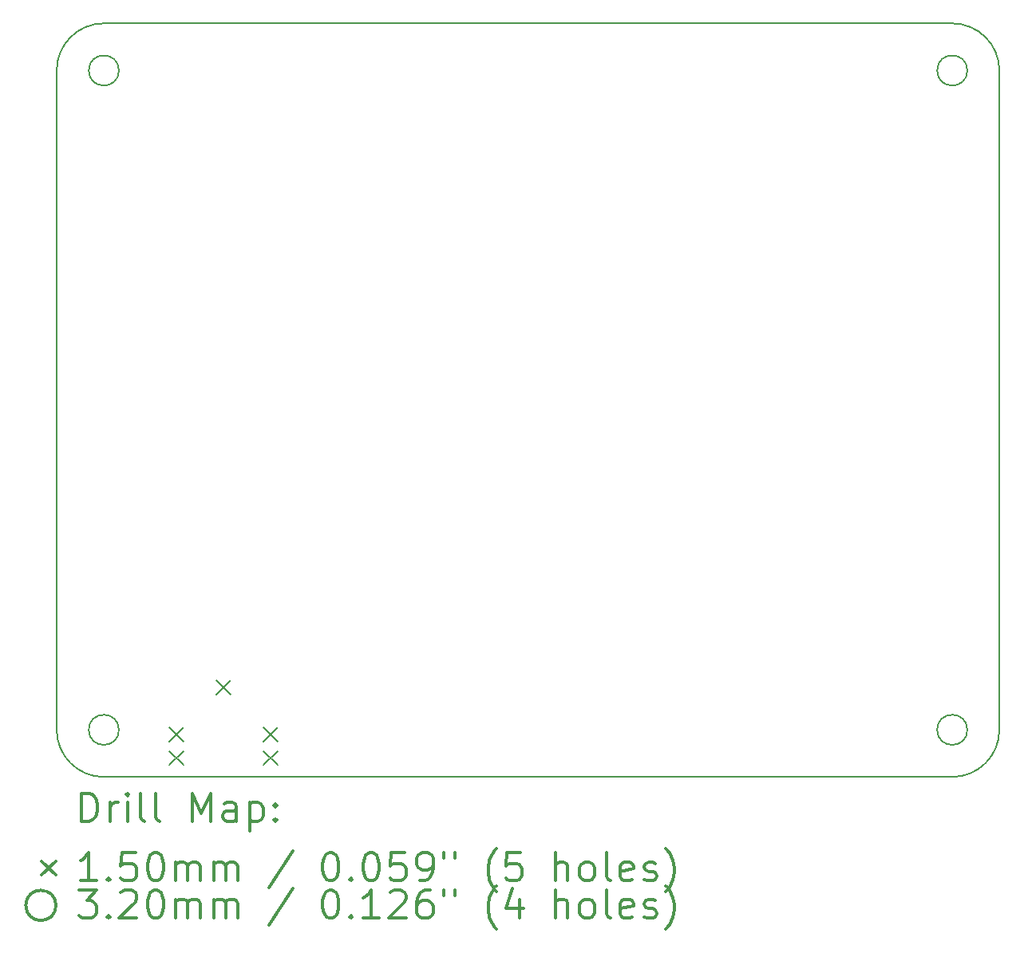
<source format=gbr>
%FSLAX45Y45*%
G04 Gerber Fmt 4.5, Leading zero omitted, Abs format (unit mm)*
G04 Created by KiCad (PCBNEW (2015-10-06 BZR 6248, Git 20a3e23)-product) date 2015-10-8 0:39:20*
%MOMM*%
G01*
G04 APERTURE LIST*
%ADD10C,0.127000*%
%ADD11C,0.150000*%
%ADD12C,0.200000*%
%ADD13C,0.300000*%
G04 APERTURE END LIST*
D10*
D11*
X0Y500000D02*
G75*
G03X-500000Y0I0J-500000D01*
G01*
X9500000Y0D02*
G75*
G03X9000000Y500000I-500000J0D01*
G01*
X9000000Y-7500000D02*
G75*
G03X9500000Y-7000000I0J500000D01*
G01*
X-500000Y-7000000D02*
G75*
G03X0Y-7500000I500000J0D01*
G01*
X-500000Y-7000000D02*
X-500000Y0D01*
X9000000Y-7500000D02*
X0Y-7500000D01*
X9500000Y0D02*
X9500000Y-7000000D01*
X0Y500000D02*
X9000000Y500000D01*
D12*
X695000Y-6973500D02*
X845000Y-7123500D01*
X845000Y-6973500D02*
X695000Y-7123500D01*
X695000Y-7223500D02*
X845000Y-7373500D01*
X845000Y-7223500D02*
X695000Y-7373500D01*
X1195000Y-6473500D02*
X1345000Y-6623500D01*
X1345000Y-6473500D02*
X1195000Y-6623500D01*
X1695000Y-6973500D02*
X1845000Y-7123500D01*
X1845000Y-6973500D02*
X1695000Y-7123500D01*
X1695000Y-7223500D02*
X1845000Y-7373500D01*
X1845000Y-7223500D02*
X1695000Y-7373500D01*
X160000Y0D02*
G75*
G03X160000Y0I-160000J0D01*
G01*
X160000Y-7000000D02*
G75*
G03X160000Y-7000000I-160000J0D01*
G01*
X9160000Y0D02*
G75*
G03X9160000Y0I-160000J0D01*
G01*
X9160000Y-7000000D02*
G75*
G03X9160000Y-7000000I-160000J0D01*
G01*
D13*
X-236071Y-7973214D02*
X-236071Y-7673214D01*
X-164643Y-7673214D01*
X-121786Y-7687500D01*
X-93214Y-7716071D01*
X-78929Y-7744643D01*
X-64643Y-7801786D01*
X-64643Y-7844643D01*
X-78929Y-7901786D01*
X-93214Y-7930357D01*
X-121786Y-7958929D01*
X-164643Y-7973214D01*
X-236071Y-7973214D01*
X63928Y-7973214D02*
X63928Y-7773214D01*
X63928Y-7830357D02*
X78214Y-7801786D01*
X92500Y-7787500D01*
X121071Y-7773214D01*
X149643Y-7773214D01*
X249643Y-7973214D02*
X249643Y-7773214D01*
X249643Y-7673214D02*
X235357Y-7687500D01*
X249643Y-7701786D01*
X263929Y-7687500D01*
X249643Y-7673214D01*
X249643Y-7701786D01*
X435357Y-7973214D02*
X406786Y-7958929D01*
X392500Y-7930357D01*
X392500Y-7673214D01*
X592500Y-7973214D02*
X563929Y-7958929D01*
X549643Y-7930357D01*
X549643Y-7673214D01*
X935357Y-7973214D02*
X935357Y-7673214D01*
X1035357Y-7887500D01*
X1135357Y-7673214D01*
X1135357Y-7973214D01*
X1406786Y-7973214D02*
X1406786Y-7816071D01*
X1392500Y-7787500D01*
X1363929Y-7773214D01*
X1306786Y-7773214D01*
X1278214Y-7787500D01*
X1406786Y-7958929D02*
X1378214Y-7973214D01*
X1306786Y-7973214D01*
X1278214Y-7958929D01*
X1263929Y-7930357D01*
X1263929Y-7901786D01*
X1278214Y-7873214D01*
X1306786Y-7858929D01*
X1378214Y-7858929D01*
X1406786Y-7844643D01*
X1549643Y-7773214D02*
X1549643Y-8073214D01*
X1549643Y-7787500D02*
X1578214Y-7773214D01*
X1635357Y-7773214D01*
X1663928Y-7787500D01*
X1678214Y-7801786D01*
X1692500Y-7830357D01*
X1692500Y-7916071D01*
X1678214Y-7944643D01*
X1663928Y-7958929D01*
X1635357Y-7973214D01*
X1578214Y-7973214D01*
X1549643Y-7958929D01*
X1821071Y-7944643D02*
X1835357Y-7958929D01*
X1821071Y-7973214D01*
X1806786Y-7958929D01*
X1821071Y-7944643D01*
X1821071Y-7973214D01*
X1821071Y-7787500D02*
X1835357Y-7801786D01*
X1821071Y-7816071D01*
X1806786Y-7801786D01*
X1821071Y-7787500D01*
X1821071Y-7816071D01*
X-657500Y-8392500D02*
X-507500Y-8542500D01*
X-507500Y-8392500D02*
X-657500Y-8542500D01*
X-78929Y-8603214D02*
X-250357Y-8603214D01*
X-164643Y-8603214D02*
X-164643Y-8303214D01*
X-193214Y-8346071D01*
X-221786Y-8374643D01*
X-250357Y-8388929D01*
X49643Y-8574643D02*
X63928Y-8588929D01*
X49643Y-8603214D01*
X35357Y-8588929D01*
X49643Y-8574643D01*
X49643Y-8603214D01*
X335357Y-8303214D02*
X192500Y-8303214D01*
X178214Y-8446072D01*
X192500Y-8431786D01*
X221071Y-8417500D01*
X292500Y-8417500D01*
X321071Y-8431786D01*
X335357Y-8446072D01*
X349643Y-8474643D01*
X349643Y-8546072D01*
X335357Y-8574643D01*
X321071Y-8588929D01*
X292500Y-8603214D01*
X221071Y-8603214D01*
X192500Y-8588929D01*
X178214Y-8574643D01*
X535357Y-8303214D02*
X563929Y-8303214D01*
X592500Y-8317500D01*
X606786Y-8331786D01*
X621071Y-8360357D01*
X635357Y-8417500D01*
X635357Y-8488929D01*
X621071Y-8546072D01*
X606786Y-8574643D01*
X592500Y-8588929D01*
X563929Y-8603214D01*
X535357Y-8603214D01*
X506786Y-8588929D01*
X492500Y-8574643D01*
X478214Y-8546072D01*
X463928Y-8488929D01*
X463928Y-8417500D01*
X478214Y-8360357D01*
X492500Y-8331786D01*
X506786Y-8317500D01*
X535357Y-8303214D01*
X763928Y-8603214D02*
X763928Y-8403214D01*
X763928Y-8431786D02*
X778214Y-8417500D01*
X806786Y-8403214D01*
X849643Y-8403214D01*
X878214Y-8417500D01*
X892500Y-8446072D01*
X892500Y-8603214D01*
X892500Y-8446072D02*
X906786Y-8417500D01*
X935357Y-8403214D01*
X978214Y-8403214D01*
X1006786Y-8417500D01*
X1021071Y-8446072D01*
X1021071Y-8603214D01*
X1163929Y-8603214D02*
X1163929Y-8403214D01*
X1163929Y-8431786D02*
X1178214Y-8417500D01*
X1206786Y-8403214D01*
X1249643Y-8403214D01*
X1278214Y-8417500D01*
X1292500Y-8446072D01*
X1292500Y-8603214D01*
X1292500Y-8446072D02*
X1306786Y-8417500D01*
X1335357Y-8403214D01*
X1378214Y-8403214D01*
X1406786Y-8417500D01*
X1421071Y-8446072D01*
X1421071Y-8603214D01*
X2006786Y-8288929D02*
X1749643Y-8674643D01*
X2392500Y-8303214D02*
X2421071Y-8303214D01*
X2449643Y-8317500D01*
X2463928Y-8331786D01*
X2478214Y-8360357D01*
X2492500Y-8417500D01*
X2492500Y-8488929D01*
X2478214Y-8546072D01*
X2463928Y-8574643D01*
X2449643Y-8588929D01*
X2421071Y-8603214D01*
X2392500Y-8603214D01*
X2363928Y-8588929D01*
X2349643Y-8574643D01*
X2335357Y-8546072D01*
X2321071Y-8488929D01*
X2321071Y-8417500D01*
X2335357Y-8360357D01*
X2349643Y-8331786D01*
X2363928Y-8317500D01*
X2392500Y-8303214D01*
X2621071Y-8574643D02*
X2635357Y-8588929D01*
X2621071Y-8603214D01*
X2606786Y-8588929D01*
X2621071Y-8574643D01*
X2621071Y-8603214D01*
X2821071Y-8303214D02*
X2849643Y-8303214D01*
X2878214Y-8317500D01*
X2892500Y-8331786D01*
X2906785Y-8360357D01*
X2921071Y-8417500D01*
X2921071Y-8488929D01*
X2906785Y-8546072D01*
X2892500Y-8574643D01*
X2878214Y-8588929D01*
X2849643Y-8603214D01*
X2821071Y-8603214D01*
X2792500Y-8588929D01*
X2778214Y-8574643D01*
X2763928Y-8546072D01*
X2749643Y-8488929D01*
X2749643Y-8417500D01*
X2763928Y-8360357D01*
X2778214Y-8331786D01*
X2792500Y-8317500D01*
X2821071Y-8303214D01*
X3192500Y-8303214D02*
X3049643Y-8303214D01*
X3035357Y-8446072D01*
X3049643Y-8431786D01*
X3078214Y-8417500D01*
X3149643Y-8417500D01*
X3178214Y-8431786D01*
X3192500Y-8446072D01*
X3206785Y-8474643D01*
X3206785Y-8546072D01*
X3192500Y-8574643D01*
X3178214Y-8588929D01*
X3149643Y-8603214D01*
X3078214Y-8603214D01*
X3049643Y-8588929D01*
X3035357Y-8574643D01*
X3349643Y-8603214D02*
X3406785Y-8603214D01*
X3435357Y-8588929D01*
X3449643Y-8574643D01*
X3478214Y-8531786D01*
X3492500Y-8474643D01*
X3492500Y-8360357D01*
X3478214Y-8331786D01*
X3463928Y-8317500D01*
X3435357Y-8303214D01*
X3378214Y-8303214D01*
X3349643Y-8317500D01*
X3335357Y-8331786D01*
X3321071Y-8360357D01*
X3321071Y-8431786D01*
X3335357Y-8460357D01*
X3349643Y-8474643D01*
X3378214Y-8488929D01*
X3435357Y-8488929D01*
X3463928Y-8474643D01*
X3478214Y-8460357D01*
X3492500Y-8431786D01*
X3606786Y-8303214D02*
X3606786Y-8360357D01*
X3721071Y-8303214D02*
X3721071Y-8360357D01*
X4163928Y-8717500D02*
X4149643Y-8703214D01*
X4121071Y-8660357D01*
X4106785Y-8631786D01*
X4092500Y-8588929D01*
X4078214Y-8517500D01*
X4078214Y-8460357D01*
X4092500Y-8388929D01*
X4106785Y-8346071D01*
X4121071Y-8317500D01*
X4149643Y-8274643D01*
X4163928Y-8260357D01*
X4421071Y-8303214D02*
X4278214Y-8303214D01*
X4263928Y-8446072D01*
X4278214Y-8431786D01*
X4306786Y-8417500D01*
X4378214Y-8417500D01*
X4406786Y-8431786D01*
X4421071Y-8446072D01*
X4435357Y-8474643D01*
X4435357Y-8546072D01*
X4421071Y-8574643D01*
X4406786Y-8588929D01*
X4378214Y-8603214D01*
X4306786Y-8603214D01*
X4278214Y-8588929D01*
X4263928Y-8574643D01*
X4792500Y-8603214D02*
X4792500Y-8303214D01*
X4921071Y-8603214D02*
X4921071Y-8446072D01*
X4906786Y-8417500D01*
X4878214Y-8403214D01*
X4835357Y-8403214D01*
X4806786Y-8417500D01*
X4792500Y-8431786D01*
X5106786Y-8603214D02*
X5078214Y-8588929D01*
X5063928Y-8574643D01*
X5049643Y-8546072D01*
X5049643Y-8460357D01*
X5063928Y-8431786D01*
X5078214Y-8417500D01*
X5106786Y-8403214D01*
X5149643Y-8403214D01*
X5178214Y-8417500D01*
X5192500Y-8431786D01*
X5206786Y-8460357D01*
X5206786Y-8546072D01*
X5192500Y-8574643D01*
X5178214Y-8588929D01*
X5149643Y-8603214D01*
X5106786Y-8603214D01*
X5378214Y-8603214D02*
X5349643Y-8588929D01*
X5335357Y-8560357D01*
X5335357Y-8303214D01*
X5606786Y-8588929D02*
X5578214Y-8603214D01*
X5521071Y-8603214D01*
X5492500Y-8588929D01*
X5478214Y-8560357D01*
X5478214Y-8446072D01*
X5492500Y-8417500D01*
X5521071Y-8403214D01*
X5578214Y-8403214D01*
X5606786Y-8417500D01*
X5621071Y-8446072D01*
X5621071Y-8474643D01*
X5478214Y-8503214D01*
X5735357Y-8588929D02*
X5763928Y-8603214D01*
X5821071Y-8603214D01*
X5849643Y-8588929D01*
X5863928Y-8560357D01*
X5863928Y-8546072D01*
X5849643Y-8517500D01*
X5821071Y-8503214D01*
X5778214Y-8503214D01*
X5749643Y-8488929D01*
X5735357Y-8460357D01*
X5735357Y-8446072D01*
X5749643Y-8417500D01*
X5778214Y-8403214D01*
X5821071Y-8403214D01*
X5849643Y-8417500D01*
X5963928Y-8717500D02*
X5978214Y-8703214D01*
X6006786Y-8660357D01*
X6021071Y-8631786D01*
X6035357Y-8588929D01*
X6049643Y-8517500D01*
X6049643Y-8460357D01*
X6035357Y-8388929D01*
X6021071Y-8346071D01*
X6006786Y-8317500D01*
X5978214Y-8274643D01*
X5963928Y-8260357D01*
X-507500Y-8863500D02*
G75*
G03X-507500Y-8863500I-160000J0D01*
G01*
X-264643Y-8699214D02*
X-78929Y-8699214D01*
X-178929Y-8813500D01*
X-136072Y-8813500D01*
X-107500Y-8827786D01*
X-93214Y-8842072D01*
X-78929Y-8870643D01*
X-78929Y-8942072D01*
X-93214Y-8970643D01*
X-107500Y-8984929D01*
X-136072Y-8999214D01*
X-221786Y-8999214D01*
X-250357Y-8984929D01*
X-264643Y-8970643D01*
X49643Y-8970643D02*
X63928Y-8984929D01*
X49643Y-8999214D01*
X35357Y-8984929D01*
X49643Y-8970643D01*
X49643Y-8999214D01*
X178214Y-8727786D02*
X192500Y-8713500D01*
X221071Y-8699214D01*
X292500Y-8699214D01*
X321071Y-8713500D01*
X335357Y-8727786D01*
X349643Y-8756357D01*
X349643Y-8784929D01*
X335357Y-8827786D01*
X163928Y-8999214D01*
X349643Y-8999214D01*
X535357Y-8699214D02*
X563929Y-8699214D01*
X592500Y-8713500D01*
X606786Y-8727786D01*
X621071Y-8756357D01*
X635357Y-8813500D01*
X635357Y-8884929D01*
X621071Y-8942072D01*
X606786Y-8970643D01*
X592500Y-8984929D01*
X563929Y-8999214D01*
X535357Y-8999214D01*
X506786Y-8984929D01*
X492500Y-8970643D01*
X478214Y-8942072D01*
X463928Y-8884929D01*
X463928Y-8813500D01*
X478214Y-8756357D01*
X492500Y-8727786D01*
X506786Y-8713500D01*
X535357Y-8699214D01*
X763928Y-8999214D02*
X763928Y-8799214D01*
X763928Y-8827786D02*
X778214Y-8813500D01*
X806786Y-8799214D01*
X849643Y-8799214D01*
X878214Y-8813500D01*
X892500Y-8842072D01*
X892500Y-8999214D01*
X892500Y-8842072D02*
X906786Y-8813500D01*
X935357Y-8799214D01*
X978214Y-8799214D01*
X1006786Y-8813500D01*
X1021071Y-8842072D01*
X1021071Y-8999214D01*
X1163929Y-8999214D02*
X1163929Y-8799214D01*
X1163929Y-8827786D02*
X1178214Y-8813500D01*
X1206786Y-8799214D01*
X1249643Y-8799214D01*
X1278214Y-8813500D01*
X1292500Y-8842072D01*
X1292500Y-8999214D01*
X1292500Y-8842072D02*
X1306786Y-8813500D01*
X1335357Y-8799214D01*
X1378214Y-8799214D01*
X1406786Y-8813500D01*
X1421071Y-8842072D01*
X1421071Y-8999214D01*
X2006786Y-8684929D02*
X1749643Y-9070643D01*
X2392500Y-8699214D02*
X2421071Y-8699214D01*
X2449643Y-8713500D01*
X2463928Y-8727786D01*
X2478214Y-8756357D01*
X2492500Y-8813500D01*
X2492500Y-8884929D01*
X2478214Y-8942072D01*
X2463928Y-8970643D01*
X2449643Y-8984929D01*
X2421071Y-8999214D01*
X2392500Y-8999214D01*
X2363928Y-8984929D01*
X2349643Y-8970643D01*
X2335357Y-8942072D01*
X2321071Y-8884929D01*
X2321071Y-8813500D01*
X2335357Y-8756357D01*
X2349643Y-8727786D01*
X2363928Y-8713500D01*
X2392500Y-8699214D01*
X2621071Y-8970643D02*
X2635357Y-8984929D01*
X2621071Y-8999214D01*
X2606786Y-8984929D01*
X2621071Y-8970643D01*
X2621071Y-8999214D01*
X2921071Y-8999214D02*
X2749643Y-8999214D01*
X2835357Y-8999214D02*
X2835357Y-8699214D01*
X2806785Y-8742072D01*
X2778214Y-8770643D01*
X2749643Y-8784929D01*
X3035357Y-8727786D02*
X3049643Y-8713500D01*
X3078214Y-8699214D01*
X3149643Y-8699214D01*
X3178214Y-8713500D01*
X3192500Y-8727786D01*
X3206785Y-8756357D01*
X3206785Y-8784929D01*
X3192500Y-8827786D01*
X3021071Y-8999214D01*
X3206785Y-8999214D01*
X3463928Y-8699214D02*
X3406785Y-8699214D01*
X3378214Y-8713500D01*
X3363928Y-8727786D01*
X3335357Y-8770643D01*
X3321071Y-8827786D01*
X3321071Y-8942072D01*
X3335357Y-8970643D01*
X3349643Y-8984929D01*
X3378214Y-8999214D01*
X3435357Y-8999214D01*
X3463928Y-8984929D01*
X3478214Y-8970643D01*
X3492500Y-8942072D01*
X3492500Y-8870643D01*
X3478214Y-8842072D01*
X3463928Y-8827786D01*
X3435357Y-8813500D01*
X3378214Y-8813500D01*
X3349643Y-8827786D01*
X3335357Y-8842072D01*
X3321071Y-8870643D01*
X3606786Y-8699214D02*
X3606786Y-8756357D01*
X3721071Y-8699214D02*
X3721071Y-8756357D01*
X4163928Y-9113500D02*
X4149643Y-9099214D01*
X4121071Y-9056357D01*
X4106785Y-9027786D01*
X4092500Y-8984929D01*
X4078214Y-8913500D01*
X4078214Y-8856357D01*
X4092500Y-8784929D01*
X4106785Y-8742072D01*
X4121071Y-8713500D01*
X4149643Y-8670643D01*
X4163928Y-8656357D01*
X4406786Y-8799214D02*
X4406786Y-8999214D01*
X4335357Y-8684929D02*
X4263928Y-8899214D01*
X4449643Y-8899214D01*
X4792500Y-8999214D02*
X4792500Y-8699214D01*
X4921071Y-8999214D02*
X4921071Y-8842072D01*
X4906786Y-8813500D01*
X4878214Y-8799214D01*
X4835357Y-8799214D01*
X4806786Y-8813500D01*
X4792500Y-8827786D01*
X5106786Y-8999214D02*
X5078214Y-8984929D01*
X5063928Y-8970643D01*
X5049643Y-8942072D01*
X5049643Y-8856357D01*
X5063928Y-8827786D01*
X5078214Y-8813500D01*
X5106786Y-8799214D01*
X5149643Y-8799214D01*
X5178214Y-8813500D01*
X5192500Y-8827786D01*
X5206786Y-8856357D01*
X5206786Y-8942072D01*
X5192500Y-8970643D01*
X5178214Y-8984929D01*
X5149643Y-8999214D01*
X5106786Y-8999214D01*
X5378214Y-8999214D02*
X5349643Y-8984929D01*
X5335357Y-8956357D01*
X5335357Y-8699214D01*
X5606786Y-8984929D02*
X5578214Y-8999214D01*
X5521071Y-8999214D01*
X5492500Y-8984929D01*
X5478214Y-8956357D01*
X5478214Y-8842072D01*
X5492500Y-8813500D01*
X5521071Y-8799214D01*
X5578214Y-8799214D01*
X5606786Y-8813500D01*
X5621071Y-8842072D01*
X5621071Y-8870643D01*
X5478214Y-8899214D01*
X5735357Y-8984929D02*
X5763928Y-8999214D01*
X5821071Y-8999214D01*
X5849643Y-8984929D01*
X5863928Y-8956357D01*
X5863928Y-8942072D01*
X5849643Y-8913500D01*
X5821071Y-8899214D01*
X5778214Y-8899214D01*
X5749643Y-8884929D01*
X5735357Y-8856357D01*
X5735357Y-8842072D01*
X5749643Y-8813500D01*
X5778214Y-8799214D01*
X5821071Y-8799214D01*
X5849643Y-8813500D01*
X5963928Y-9113500D02*
X5978214Y-9099214D01*
X6006786Y-9056357D01*
X6021071Y-9027786D01*
X6035357Y-8984929D01*
X6049643Y-8913500D01*
X6049643Y-8856357D01*
X6035357Y-8784929D01*
X6021071Y-8742072D01*
X6006786Y-8713500D01*
X5978214Y-8670643D01*
X5963928Y-8656357D01*
M02*

</source>
